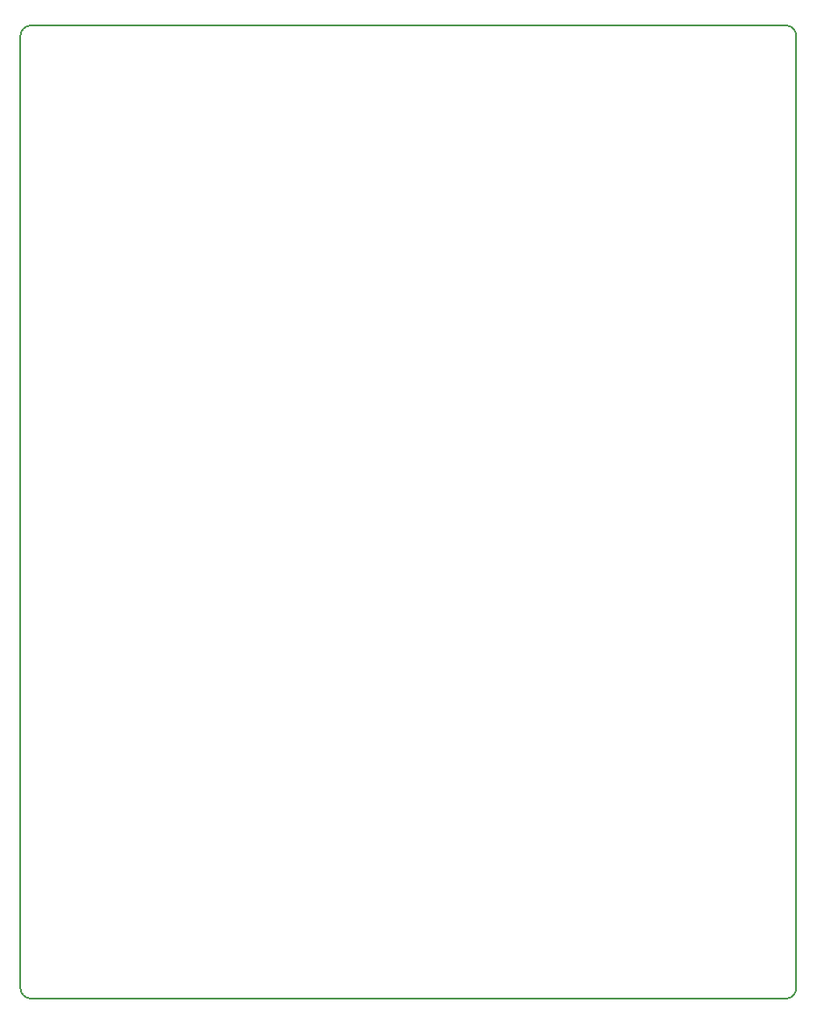
<source format=gbr>
%TF.GenerationSoftware,KiCad,Pcbnew,(5.1.7)-1*%
%TF.CreationDate,2020-12-03T19:41:16-08:00*%
%TF.ProjectId,macropad3,6d616372-6f70-4616-9433-2e6b69636164,rev?*%
%TF.SameCoordinates,Original*%
%TF.FileFunction,Profile,NP*%
%FSLAX46Y46*%
G04 Gerber Fmt 4.6, Leading zero omitted, Abs format (unit mm)*
G04 Created by KiCad (PCBNEW (5.1.7)-1) date 2020-12-03 19:41:16*
%MOMM*%
%LPD*%
G01*
G04 APERTURE LIST*
%TA.AperFunction,Profile*%
%ADD10C,0.200000*%
%TD*%
G04 APERTURE END LIST*
D10*
X93724821Y-50745638D02*
X166734259Y-50745638D01*
X167734259Y-143805092D02*
G75*
G02*
X166734259Y-144805092I-1000000J0D01*
G01*
X167734259Y-51745638D02*
X167734259Y-143805092D01*
X92724821Y-51745638D02*
G75*
G02*
X93724821Y-50745638I1000000J0D01*
G01*
X166734259Y-144805092D02*
X93724821Y-144805092D01*
X93724821Y-144805092D02*
G75*
G02*
X92724821Y-143805092I0J1000000D01*
G01*
X92724821Y-143805092D02*
X92724821Y-51745638D01*
X166734259Y-50745638D02*
G75*
G02*
X167734259Y-51745638I0J-1000000D01*
G01*
M02*

</source>
